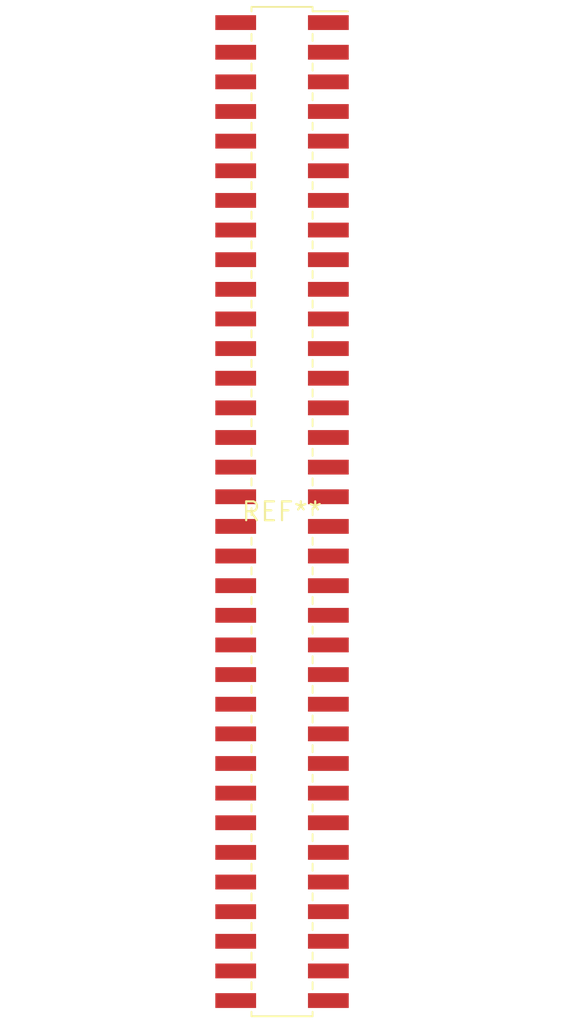
<source format=kicad_pcb>
(kicad_pcb (version 20240108) (generator pcbnew)
  (layers (0 "F.Cu" signal) (31 "B.Cu" signal) (34 "B.Paste" user) (35 "F.Paste" user) (36 "B.SilkS" user "B.Silkscreen") (37 "F.SilkS" user "F.Silkscreen") (38 "B.Mask" user) (39 "F.Mask" user) (44 "Edge.Cuts" user))
  (net 0 "")
  (footprint "PinSocket_2x34_P2.00mm_Vertical_SMD" (layer "F.Cu") (at 0 0)
    (property "Reference" "REF**")
    (property "Value" "PinSocket_2x34_P2.00mm_Vertical_SMD")
    (fp_line (start -2.06 -34.06) (end -2.06 -33.76) (layer "F.SilkS") (stroke (width 0.12)))
    (fp_line (start -2.06 -34.06) (end 2.06 -34.06) (layer "F.SilkS") (stroke (width 0.12)))
    (fp_line (start -2.06 -32.24) (end -2.06 -31.76) (layer "F.SilkS") (stroke (width 0.12)))
    (fp_line (start -2.06 -30.24) (end -2.06 -29.76) (layer "F.SilkS") (stroke (width 0.12)))
    (fp_line (start -2.06 -28.24) (end -2.06 -27.76) (layer "F.SilkS") (stroke (width 0.12)))
    (fp_line (start -2.06 -26.24) (end -2.06 -25.76) (layer "F.SilkS") (stroke (width 0.12)))
    (fp_line (start -2.06 -24.24) (end -2.06 -23.76) (layer "F.SilkS") (stroke (width 0.12)))
    (fp_line (start -2.06 -22.24) (end -2.06 -21.76) (layer "F.SilkS") (stroke (width 0.12)))
    (fp_line (start -2.06 -20.24) (end -2.06 -19.76) (layer "F.SilkS") (stroke (width 0.12)))
    (fp_line (start -2.06 -18.24) (end -2.06 -17.76) (layer "F.SilkS") (stroke (width 0.12)))
    (fp_line (start -2.06 -16.24) (end -2.06 -15.76) (layer "F.SilkS") (stroke (width 0.12)))
    (fp_line (start -2.06 -14.24) (end -2.06 -13.76) (layer "F.SilkS") (stroke (width 0.12)))
    (fp_line (start -2.06 -12.24) (end -2.06 -11.76) (layer "F.SilkS") (stroke (width 0.12)))
    (fp_line (start -2.06 -10.24) (end -2.06 -9.76) (layer "F.SilkS") (stroke (width 0.12)))
    (fp_line (start -2.06 -8.24) (end -2.06 -7.76) (layer "F.SilkS") (stroke (width 0.12)))
    (fp_line (start -2.06 -6.24) (end -2.06 -5.76) (layer "F.SilkS") (stroke (width 0.12)))
    (fp_line (start -2.06 -4.24) (end -2.06 -3.76) (layer "F.SilkS") (stroke (width 0.12)))
    (fp_line (start -2.06 -2.24) (end -2.06 -1.76) (layer "F.SilkS") (stroke (width 0.12)))
    (fp_line (start -2.06 -0.24) (end -2.06 0.24) (layer "F.SilkS") (stroke (width 0.12)))
    (fp_line (start -2.06 1.76) (end -2.06 2.24) (layer "F.SilkS") (stroke (width 0.12)))
    (fp_line (start -2.06 3.76) (end -2.06 4.24) (layer "F.SilkS") (stroke (width 0.12)))
    (fp_line (start -2.06 5.76) (end -2.06 6.24) (layer "F.SilkS") (stroke (width 0.12)))
    (fp_line (start -2.06 7.76) (end -2.06 8.24) (layer "F.SilkS") (stroke (width 0.12)))
    (fp_line (start -2.06 9.76) (end -2.06 10.24) (layer "F.SilkS") (stroke (width 0.12)))
    (fp_line (start -2.06 11.76) (end -2.06 12.24) (layer "F.SilkS") (stroke (width 0.12)))
    (fp_line (start -2.06 13.76) (end -2.06 14.24) (layer "F.SilkS") (stroke (width 0.12)))
    (fp_line (start -2.06 15.76) (end -2.06 16.24) (layer "F.SilkS") (stroke (width 0.12)))
    (fp_line (start -2.06 17.76) (end -2.06 18.24) (layer "F.SilkS") (stroke (width 0.12)))
    (fp_line (start -2.06 19.76) (end -2.06 20.24) (layer "F.SilkS") (stroke (width 0.12)))
    (fp_line (start -2.06 21.76) (end -2.06 22.24) (layer "F.SilkS") (stroke (width 0.12)))
    (fp_line (start -2.06 23.76) (end -2.06 24.24) (layer "F.SilkS") (stroke (width 0.12)))
    (fp_line (start -2.06 25.76) (end -2.06 26.24) (layer "F.SilkS") (stroke (width 0.12)))
    (fp_line (start -2.06 27.76) (end -2.06 28.24) (layer "F.SilkS") (stroke (width 0.12)))
    (fp_line (start -2.06 29.76) (end -2.06 30.24) (layer "F.SilkS") (stroke (width 0.12)))
    (fp_line (start -2.06 31.76) (end -2.06 32.24) (layer "F.SilkS") (stroke (width 0.12)))
    (fp_line (start -2.06 33.76) (end -2.06 34.06) (layer "F.SilkS") (stroke (width 0.12)))
    (fp_line (start -2.06 34.06) (end 2.06 34.06) (layer "F.SilkS") (stroke (width 0.12)))
    (fp_line (start 2.06 -34.06) (end 2.06 -33.76) (layer "F.SilkS") (stroke (width 0.12)))
    (fp_line (start 2.06 -33.76) (end 4.44 -33.76) (layer "F.SilkS") (stroke (width 0.12)))
    (fp_line (start 2.06 -32.24) (end 2.06 -31.76) (layer "F.SilkS") (stroke (width 0.12)))
    (fp_line (start 2.06 -30.24) (end 2.06 -29.76) (layer "F.SilkS") (stroke (width 0.12)))
    (fp_line (start 2.06 -28.24) (end 2.06 -27.76) (layer "F.SilkS") (stroke (width 0.12)))
    (fp_line (start 2.06 -26.24) (end 2.06 -25.76) (layer "F.SilkS") (stroke (width 0.12)))
    (fp_line (start 2.06 -24.24) (end 2.06 -23.76) (layer "F.SilkS") (stroke (width 0.12)))
    (fp_line (start 2.06 -22.24) (end 2.06 -21.76) (layer "F.SilkS") (stroke (width 0.12)))
    (fp_line (start 2.06 -20.24) (end 2.06 -19.76) (layer "F.SilkS") (stroke (width 0.12)))
    (fp_line (start 2.06 -18.24) (end 2.06 -17.76) (layer "F.SilkS") (stroke (width 0.12)))
    (fp_line (start 2.06 -16.24) (end 2.06 -15.76) (layer "F.SilkS") (stroke (width 0.12)))
    (fp_line (start 2.06 -14.24) (end 2.06 -13.76) (layer "F.SilkS") (stroke (width 0.12)))
    (fp_line (start 2.06 -12.24) (end 2.06 -11.76) (layer "F.SilkS") (stroke (width 0.12)))
    (fp_line (start 2.06 -10.24) (end 2.06 -9.76) (layer "F.SilkS") (stroke (width 0.12)))
    (fp_line (start 2.06 -8.24) (end 2.06 -7.76) (layer "F.SilkS") (stroke (width 0.12)))
    (fp_line (start 2.06 -6.24) (end 2.06 -5.76) (layer "F.SilkS") (stroke (width 0.12)))
    (fp_line (start 2.06 -4.24) (end 2.06 -3.76) (layer "F.SilkS") (stroke (width 0.12)))
    (fp_line (start 2.06 -2.24) (end 2.06 -1.76) (layer "F.SilkS") (stroke (width 0.12)))
    (fp_line (start 2.06 -0.24) (end 2.06 0.24) (layer "F.SilkS") (stroke (width 0.12)))
    (fp_line (start 2.06 1.76) (end 2.06 2.24) (layer "F.SilkS") (stroke (width 0.12)))
    (fp_line (start 2.06 3.76) (end 2.06 4.24) (layer "F.SilkS") (stroke (width 0.12)))
    (fp_line (start 2.06 5.76) (end 2.06 6.24) (layer "F.SilkS") (stroke (width 0.12)))
    (fp_line (start 2.06 7.76) (end 2.06 8.24) (layer "F.SilkS") (stroke (width 0.12)))
    (fp_line (start 2.06 9.76) (end 2.06 10.24) (layer "F.SilkS") (stroke (width 0.12)))
    (fp_line (start 2.06 11.76) (end 2.06 12.24) (layer "F.SilkS") (stroke (width 0.12)))
    (fp_line (start 2.06 13.76) (end 2.06 14.24) (layer "F.SilkS") (stroke (width 0.12)))
    (fp_line (start 2.06 15.76) (end 2.06 16.24) (layer "F.SilkS") (stroke (width 0.12)))
    (fp_line (start 2.06 17.76) (end 2.06 18.24) (layer "F.SilkS") (stroke (width 0.12)))
    (fp_line (start 2.06 19.76) (end 2.06 20.24) (layer "F.SilkS") (stroke (width 0.12)))
    (fp_line (start 2.06 21.76) (end 2.06 22.24) (layer "F.SilkS") (stroke (width 0.12)))
    (fp_line (start 2.06 23.76) (end 2.06 24.24) (layer "F.SilkS") (stroke (width 0.12)))
    (fp_line (start 2.06 25.76) (end 2.06 26.24) (layer "F.SilkS") (stroke (width 0.12)))
    (fp_line (start 2.06 27.76) (end 2.06 28.24) (layer "F.SilkS") (stroke (width 0.12)))
    (fp_line (start 2.06 29.76) (end 2.06 30.24) (layer "F.SilkS") (stroke (width 0.12)))
    (fp_line (start 2.06 31.76) (end 2.06 32.24) (layer "F.SilkS") (stroke (width 0.12)))
    (fp_line (start 2.06 33.76) (end 2.06 34.06) (layer "F.SilkS") (stroke (width 0.12)))
    (pad "1" smd rect (at 3.125 -33) (size 2.75 1) (layers "F.Cu" "F.Paste" "F.Mask"))
    (pad "2" smd rect (at -3.125 -33) (size 2.75 1) (layers "F.Cu" "F.Paste" "F.Mask"))
    (pad "3" smd rect (at 3.125 -31) (size 2.75 1) (layers "F.Cu" "F.Paste" "F.Mask"))
    (pad "4" smd rect (at -3.125 -31) (size 2.75 1) (layers "F.Cu" "F.Paste" "F.Mask"))
    (pad "5" smd rect (at 3.125 -29) (size 2.75 1) (layers "F.Cu" "F.Paste" "F.Mask"))
    (pad "6" smd rect (at -3.125 -29) (size 2.75 1) (layers "F.Cu" "F.Paste" "F.Mask"))
    (pad "7" smd rect (at 3.125 -27) (size 2.75 1) (layers "F.Cu" "F.Paste" "F.Mask"))
    (pad "8" smd rect (at -3.125 -27) (size 2.75 1) (layers "F.Cu" "F.Paste" "F.Mask"))
    (pad "9" smd rect (at 3.125 -25) (size 2.75 1) (layers "F.Cu" "F.Paste" "F.Mask"))
    (pad "10" smd rect (at -3.125 -25) (size 2.75 1) (layers "F.Cu" "F.Paste" "F.Mask"))
    (pad "11" smd rect (at 3.125 -23) (size 2.75 1) (layers "F.Cu" "F.Paste" "F.Mask"))
    (pad "12" smd rect (at -3.125 -23) (size 2.75 1) (layers "F.Cu" "F.Paste" "F.Mask"))
    (pad "13" smd rect (at 3.125 -21) (size 2.75 1) (layers "F.Cu" "F.Paste" "F.Mask"))
    (pad "14" smd rect (at -3.125 -21) (size 2.75 1) (layers "F.Cu" "F.Paste" "F.Mask"))
    (pad "15" smd rect (at 3.125 -19) (size 2.75 1) (layers "F.Cu" "F.Paste" "F.Mask"))
    (pad "16" smd rect (at -3.125 -19) (size 2.75 1) (layers "F.Cu" "F.Paste" "F.Mask"))
    (pad "17" smd rect (at 3.125 -17) (size 2.75 1) (layers "F.Cu" "F.Paste" "F.Mask"))
    (pad "18" smd rect (at -3.125 -17) (size 2.75 1) (layers "F.Cu" "F.Paste" "F.Mask"))
    (pad "19" smd rect (at 3.125 -15) (size 2.75 1) (layers "F.Cu" "F.Paste" "F.Mask"))
    (pad "20" smd rect (at -3.125 -15) (size 2.75 1) (layers "F.Cu" "F.Paste" "F.Mask"))
    (pad "21" smd rect (at 3.125 -13) (size 2.75 1) (layers "F.Cu" "F.Paste" "F.Mask"))
    (pad "22" smd rect (at -3.125 -13) (size 2.75 1) (layers "F.Cu" "F.Paste" "F.Mask"))
    (pad "23" smd rect (at 3.125 -11) (size 2.75 1) (layers "F.Cu" "F.Paste" "F.Mask"))
    (pad "24" smd rect (at -3.125 -11) (size 2.75 1) (layers "F.Cu" "F.Paste" "F.Mask"))
    (pad "25" smd rect (at 3.125 -9) (size 2.75 1) (layers "F.Cu" "F.Paste" "F.Mask"))
    (pad "26" smd rect (at -3.125 -9) (size 2.75 1) (layers "F.Cu" "F.Paste" "F.Mask"))
    (pad "27" smd rect (at 3.125 -7) (size 2.75 1) (layers "F.Cu" "F.Paste" "F.Mask"))
    (pad "28" smd rect (at -3.125 -7) (size 2.75 1) (layers "F.Cu" "F.Paste" "F.Mask"))
    (pad "29" smd rect (at 3.125 -5) (size 2.75 1) (layers "F.Cu" "F.Paste" "F.Mask"))
    (pad "30" smd rect (at -3.125 -5) (size 2.75 1) (layers "F.Cu" "F.Paste" "F.Mask"))
    (pad "31" smd rect (at 3.125 -3) (size 2.75 1) (layers "F.Cu" "F.Paste" "F.Mask"))
    (pad "32" smd rect (at -3.125 -3) (size 2.75 1) (layers "F.Cu" "F.Paste" "F.Mask"))
    (pad "33" smd rect (at 3.125 -1) (size 2.75 1) (layers "F.Cu" "F.Paste" "F.Mask"))
    (pad "34" smd rect (at -3.125 -1) (size 2.75 1) (layers "F.Cu" "F.Paste" "F.Mask"))
    (pad "35" smd rect (at 3.125 1) (size 2.75 1) (layers "F.Cu" "F.Paste" "F.Mask"))
    (pad "36" smd rect (at -3.125 1) (size 2.75 1) (layers "F.Cu" "F.Paste" "F.Mask"))
    (pad "37" smd rect (at 3.125 3) (size 2.75 1) (layers "F.Cu" "F.Paste" "F.Mask"))
    (pad "38" smd rect (at -3.125 3) (size 2.75 1) (layers "F.Cu" "F.Paste" "F.Mask"))
    (pad "39" smd rect (at 3.125 5) (size 2.75 1) (layers "F.Cu" "F.Paste" "F.Mask"))
    (pad "40" smd rect (at -3.125 5) (size 2.75 1) (layers "F.Cu" "F.Paste" "F.Mask"))
    (pad "41" smd rect (at 3.125 7) (size 2.75 1) (layers "F.Cu" "F.Paste" "F.Mask"))
    (pad "42" smd rect (at -3.125 7) (size 2.75 1) (layers "F.Cu" "F.Paste" "F.Mask"))
    (pad "43" smd rect (at 3.125 9) (size 2.75 1) (layers "F.Cu" "F.Paste" "F.Mask"))
    (pad "44" smd rect (at -3.125 9) (size 2.75 1) (layers "F.Cu" "F.Paste" "F.Mask"))
    (pad "45" smd rect (at 3.125 11) (size 2.75 1) (layers "F.Cu" "F.Paste" "F.Mask"))
    (pad "46" smd rect (at -3.125 11) (size 2.75 1) (layers "F.Cu" "F.Paste" "F.Mask"))
    (pad "47" smd rect (at 3.125 13) (size 2.75 1) (layers "F.Cu" "F.Paste" "F.Mask"))
    (pad "48" smd rect (at -3.125 13) (size 2.75 1) (layers "F.Cu" "F.Paste" "F.Mask"))
    (pad "49" smd rect (at 3.125 15) (size 2.75 1) (layers "F.Cu" "F.Paste" "F.Mask"))
    (pad "50" smd rect (at -3.125 15) (size 2.75 1) (layers "F.Cu" "F.Paste" "F.Mask"))
    (pad "51" smd rect (at 3.125 17) (size 2.75 1) (layers "F.Cu" "F.Paste" "F.Mask"))
    (pad "52" smd rect (at -3.125 17) (size 2.75 1) (layers "F.Cu" "F.Paste" "F.Mask"))
    (pad "53" smd rect (at 3.125 19) (size 2.75 1) (layers "F.Cu" "F.Paste" "F.Mask"))
    (pad "54" smd rect (at -3.125 19) (size 2.75 1) (layers "F.Cu" "F.Paste" "F.Mask"))
    (pad "55" smd rect (at 3.125 21) (size 2.75 1) (layers "F.Cu" "F.Paste" "F.Mask"))
    (pad "56" smd rect (at -3.125 21) (size 2.75 1) (layers "F.Cu" "F.Paste" "F.Mask"))
    (pad "57" smd rect (at 3.125 23) (size 2.75 1) (layers "F.Cu" "F.Paste" "F.Mask"))
    (pad "58" smd rect (at -3.125 23) (size 2.75 1) (layers "F.Cu" "F.Paste" "F.Mask"))
    (pad "59" smd rect (at 3.125 25) (size 2.75 1) (layers "F.Cu" "F.Paste" "F.Mask"))
    (pad "60" smd rect (at -3.125 25) (size 2.75 1) (layers "F.Cu" "F.Paste" "F.Mask"))
    (pad "61" smd rect (at 3.125 27) (size 2.75 1) (layers "F.Cu" "F.Paste" "F.Mask"))
    (pad "62" smd rect (at -3.125 27) (size 2.75 1) (layers "F.Cu" "F.Paste" "F.Mask"))
    (pad "63" smd rect (at 3.125 29) (size 2.75 1) (layers "F.Cu" "F.Paste" "F.Mask"))
    (pad "64" smd rect (at -3.125 29) (size 2.75 1) (layers "F.Cu" "F.Paste" "F.Mask"))
    (pad "65" smd rect (at 3.125 31) (size 2.75 1) (layers "F.Cu" "F.Paste" "F.Mask"))
    (pad "66" smd rect (at -3.125 31) (size 2.75 1) (layers "F.Cu" "F.Paste" "F.Mask"))
    (pad "67" smd rect (at 3.125 33) (size 2.75 1) (layers "F.Cu" "F.Paste" "F.Mask"))
    (pad "68" smd rect (at -3.125 33) (size 2.75 1) (layers "F.Cu" "F.Paste" "F.Mask"))
  )
)
</source>
